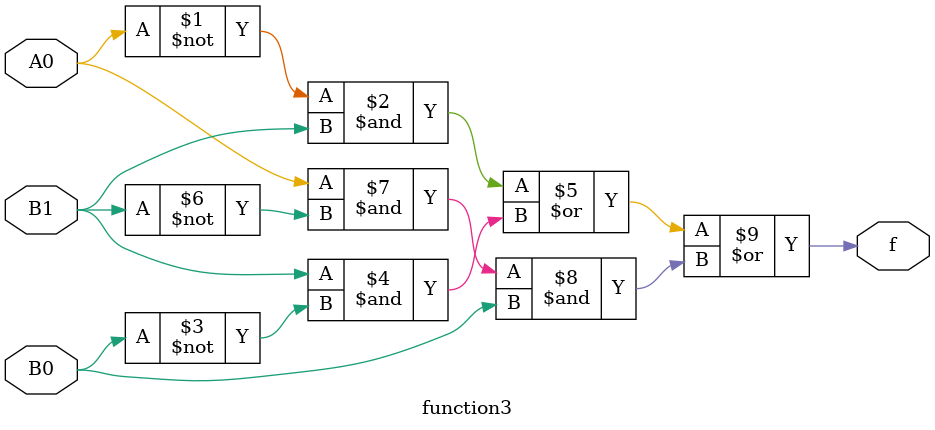
<source format=v>
module function3(A0,B0,B1,f);
    input A0,B0,B1;
    output f;
    assign f = (~A0&B1)|(B1&~B0)|(A0&~B1&B0);
endmodule

</source>
